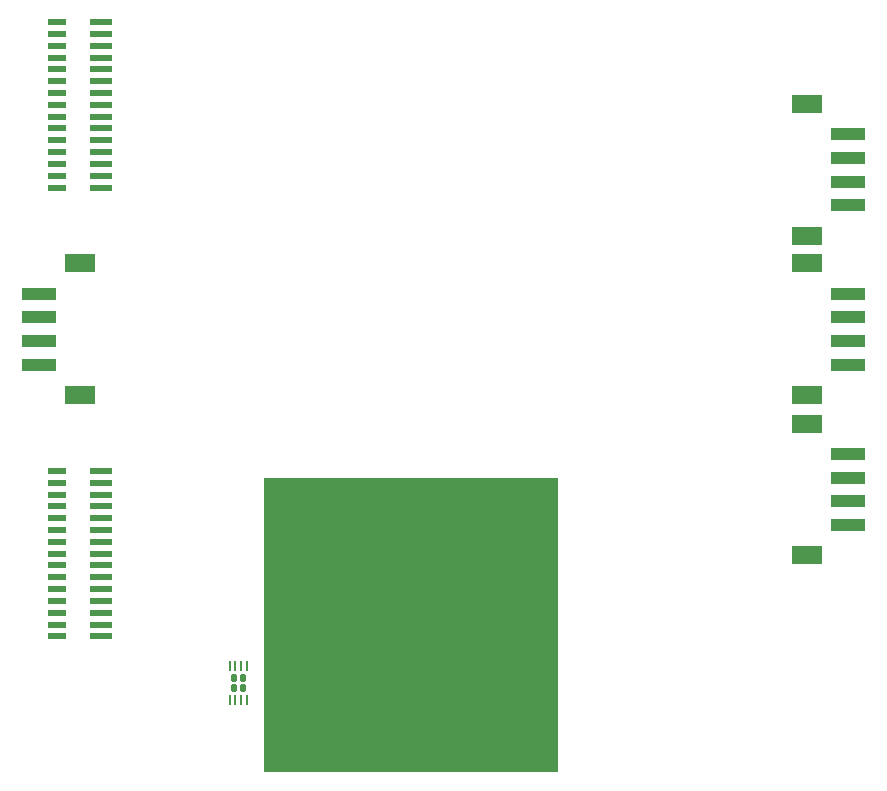
<source format=gbr>
%TF.GenerationSoftware,KiCad,Pcbnew,7.0.1*%
%TF.CreationDate,2023-05-02T11:52:01+02:00*%
%TF.ProjectId,Payload_cm4_23,5061796c-6f61-4645-9f63-6d345f32332e,rev?*%
%TF.SameCoordinates,Original*%
%TF.FileFunction,Paste,Bot*%
%TF.FilePolarity,Positive*%
%FSLAX46Y46*%
G04 Gerber Fmt 4.6, Leading zero omitted, Abs format (unit mm)*
G04 Created by KiCad (PCBNEW 7.0.1) date 2023-05-02 11:52:01*
%MOMM*%
%LPD*%
G01*
G04 APERTURE LIST*
G04 Aperture macros list*
%AMRoundRect*
0 Rectangle with rounded corners*
0 $1 Rounding radius*
0 $2 $3 $4 $5 $6 $7 $8 $9 X,Y pos of 4 corners*
0 Add a 4 corners polygon primitive as box body*
4,1,4,$2,$3,$4,$5,$6,$7,$8,$9,$2,$3,0*
0 Add four circle primitives for the rounded corners*
1,1,$1+$1,$2,$3*
1,1,$1+$1,$4,$5*
1,1,$1+$1,$6,$7*
1,1,$1+$1,$8,$9*
0 Add four rect primitives between the rounded corners*
20,1,$1+$1,$2,$3,$4,$5,0*
20,1,$1+$1,$4,$5,$6,$7,0*
20,1,$1+$1,$6,$7,$8,$9,0*
20,1,$1+$1,$8,$9,$2,$3,0*%
G04 Aperture macros list end*
%ADD10R,25.000000X25.000000*%
%ADD11R,3.000000X1.000000*%
%ADD12R,2.600000X1.550000*%
%ADD13RoundRect,0.140000X-0.140000X0.205000X-0.140000X-0.205000X0.140000X-0.205000X0.140000X0.205000X0*%
%ADD14RoundRect,0.062500X-0.062500X0.337500X-0.062500X-0.337500X0.062500X-0.337500X0.062500X0.337500X0*%
%ADD15R,1.850000X0.600000*%
%ADD16R,1.650000X0.600000*%
G04 APERTURE END LIST*
D10*
%TO.C,HS1*%
X149300000Y-89100000D03*
%TD*%
D11*
%TO.C,J10*%
X186289160Y-74675000D03*
X186289160Y-76675000D03*
X186289160Y-78675000D03*
X186289160Y-80675000D03*
D12*
X182800000Y-72100000D03*
X182800000Y-83250000D03*
%TD*%
D11*
%TO.C,J9*%
X186300000Y-61100000D03*
X186300000Y-63100000D03*
X186300000Y-65100000D03*
X186300000Y-67100000D03*
D12*
X182810840Y-58525000D03*
X182810840Y-69675000D03*
%TD*%
D13*
%TO.C,U6*%
X135050000Y-93600000D03*
X134350000Y-93600000D03*
X135050000Y-94450000D03*
X134350000Y-94450000D03*
D14*
X133950000Y-92575000D03*
X134450000Y-92575000D03*
X134950000Y-92575000D03*
X135450000Y-92575000D03*
X135450000Y-95475000D03*
X134950000Y-95475000D03*
X134450000Y-95475000D03*
X133950000Y-95475000D03*
%TD*%
D11*
%TO.C,J8*%
X186300000Y-47600000D03*
X186300000Y-49600000D03*
X186300000Y-51600000D03*
X186300000Y-53600000D03*
D12*
X182810840Y-45025000D03*
X182810840Y-56175000D03*
%TD*%
D11*
%TO.C,J7*%
X117800000Y-67100000D03*
X117800000Y-65100000D03*
X117800000Y-63100000D03*
X117800000Y-61100000D03*
D12*
X121289160Y-69675000D03*
X121289160Y-58525000D03*
%TD*%
D15*
%TO.C,J2*%
X123100000Y-76100000D03*
X123100000Y-77100000D03*
X123100000Y-78100000D03*
X123100000Y-79100000D03*
X123100000Y-80100000D03*
X123100000Y-81100000D03*
X123100000Y-82100000D03*
X123100000Y-83100000D03*
X123100000Y-84100000D03*
X123100000Y-85100000D03*
X123100000Y-86100000D03*
X123100000Y-87100000D03*
X123100000Y-88100000D03*
X123100000Y-89100000D03*
X123100000Y-90100000D03*
D16*
X119350000Y-76100000D03*
X119350000Y-77100000D03*
X119350000Y-78100000D03*
X119350000Y-79100000D03*
X119350000Y-80100000D03*
X119350000Y-81100000D03*
X119350000Y-82100000D03*
X119350000Y-83100000D03*
X119350000Y-84100000D03*
X119350000Y-85100000D03*
X119350000Y-86100000D03*
X119350000Y-87100000D03*
X119350000Y-88100000D03*
X119350000Y-89100000D03*
X119350000Y-90100000D03*
%TD*%
D15*
%TO.C,J3*%
X123050000Y-38100000D03*
X123050000Y-39100000D03*
X123050000Y-40100000D03*
X123050000Y-41100000D03*
X123050000Y-42100000D03*
X123050000Y-43100000D03*
X123050000Y-44100000D03*
X123050000Y-45100000D03*
X123050000Y-46100000D03*
X123050000Y-47100000D03*
X123050000Y-48100000D03*
X123050000Y-49100000D03*
X123050000Y-50100000D03*
X123050000Y-51100000D03*
X123050000Y-52100000D03*
D16*
X119300000Y-38100000D03*
X119300000Y-39100000D03*
X119300000Y-40100000D03*
X119300000Y-41100000D03*
X119300000Y-42100000D03*
X119300000Y-43100000D03*
X119300000Y-44100000D03*
X119300000Y-45100000D03*
X119300000Y-46100000D03*
X119300000Y-47100000D03*
X119300000Y-48100000D03*
X119300000Y-49100000D03*
X119300000Y-50100000D03*
X119300000Y-51100000D03*
X119300000Y-52100000D03*
%TD*%
M02*

</source>
